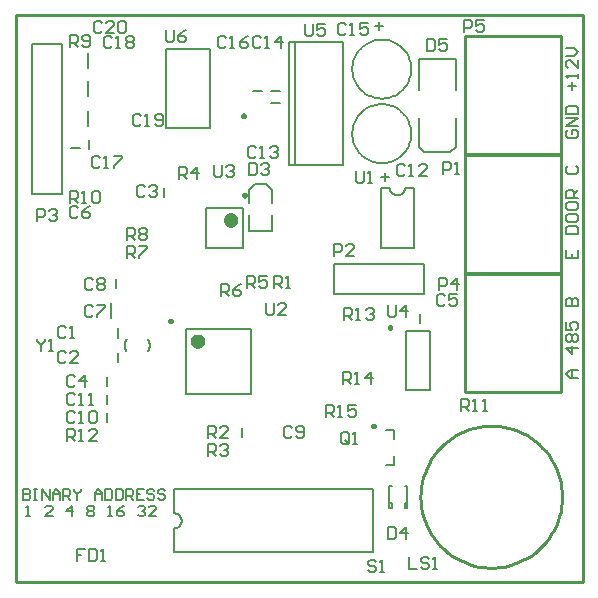
<source format=gto>
%FSDAX24Y24*%
%MOIN*%
%SFA1B1*%

%IPPOS*%
%ADD29C,0.010000*%
%ADD45C,0.007900*%
%ADD46C,0.009800*%
%ADD47C,0.023600*%
%ADD48C,0.006000*%
%ADD49C,0.007000*%
%ADD50C,0.005000*%
%LNde-080324-1*%
%LPD*%
G54D29*
X028212Y012850D02*
D01*
X028206Y013014*
X028189Y013178*
X028160Y013341*
X028120Y013501*
X028069Y013657*
X028007Y013810*
X027935Y013958*
X027853Y014101*
X027760Y014238*
X027659Y014368*
X027549Y014490*
X027430Y014605*
X027304Y014711*
X027170Y014808*
X027031Y014895*
X026885Y014972*
X026734Y015040*
X026579Y015096*
X026421Y015141*
X026260Y015176*
X026096Y015199*
X025932Y015210*
X025767*
X025603Y015199*
X025439Y015176*
X025278Y015141*
X025120Y015096*
X024965Y015040*
X024814Y014972*
X024668Y014895*
X024529Y014808*
X024395Y014711*
X024269Y014605*
X024150Y014490*
X024040Y014368*
X023939Y014238*
X023846Y014101*
X023764Y013958*
X023692Y013810*
X023630Y013657*
X023579Y013501*
X023539Y013341*
X023510Y013178*
X023493Y013014*
X023488Y012850*
X023493Y012685*
X023510Y012521*
X023539Y012358*
X023579Y012198*
X023630Y012042*
X023692Y011889*
X023764Y011741*
X023846Y011598*
X023939Y011461*
X024040Y011331*
X024150Y011209*
X024269Y011094*
X024395Y010988*
X024529Y010891*
X024669Y010804*
X024814Y010727*
X024965Y010659*
X025120Y010603*
X025278Y010558*
X025439Y010523*
X025603Y010500*
X025767Y010489*
X025932*
X026096Y010500*
X026260Y010523*
X026421Y010558*
X026579Y010603*
X026734Y010659*
X026885Y010727*
X027031Y010804*
X027170Y010891*
X027304Y010988*
X027430Y011094*
X027549Y011209*
X027659Y011331*
X027760Y011461*
X027853Y011598*
X027935Y011741*
X028007Y011889*
X028069Y012042*
X028120Y012198*
X028160Y012358*
X028189Y012521*
X028206Y012685*
X028212Y012850*
X024975Y024266D02*
Y028203D01*
Y024266D02*
X028175D01*
X024975Y028203D02*
X028175D01*
Y024266D02*
Y028203D01*
Y020316D02*
Y024253D01*
X024975D02*
X028175D01*
X024975Y020316D02*
X028175D01*
X024975D02*
Y024253D01*
X028175Y016331D02*
Y020268D01*
X024975D02*
X028175D01*
X024975Y016331D02*
X028175D01*
X024975D02*
Y020268D01*
X028898Y010000D02*
Y028898D01*
X010000D02*
X028898D01*
X010000Y010000D02*
Y028898D01*
Y010000D02*
X028898D01*
G54D45*
X022469Y023150D02*
D01*
X022469Y023132*
X022471Y023115*
X022474Y023098*
X022478Y023081*
X022484Y023064*
X022490Y023048*
X022498Y023032*
X022506Y023017*
X022516Y023003*
X022527Y022989*
X022539Y022976*
X022551Y022964*
X022565Y022952*
X022579Y022942*
X022594Y022933*
X022609Y022925*
X022625Y022918*
X022641Y022912*
X022658Y022907*
X022675Y022903*
X022692Y022901*
X022710Y022900*
X022727*
X022745Y022901*
X022762Y022903*
X022779Y022907*
X022796Y022912*
X022812Y022918*
X022828Y022925*
X022844Y022933*
X022858Y022942*
X022872Y022952*
X022886Y022964*
X022898Y022976*
X022910Y022989*
X022921Y023003*
X022931Y023017*
X022939Y023032*
X022947Y023048*
X022953Y023064*
X022959Y023081*
X022963Y023098*
X022966Y023115*
X022968Y023132*
X022969Y023150*
X023184Y024950D02*
D01*
X023181Y025018*
X023174Y025086*
X023162Y025154*
X023145Y025221*
X023124Y025286*
X023098Y025350*
X023068Y025411*
X023034Y025471*
X022996Y025528*
X022953Y025582*
X022907Y025633*
X022858Y025681*
X022805Y025725*
X022750Y025765*
X022692Y025802*
X022631Y025834*
X022568Y025862*
X022504Y025885*
X022438Y025904*
X022370Y025919*
X022302Y025928*
X022234Y025933*
X022165*
X022097Y025928*
X022029Y025919*
X021961Y025904*
X021895Y025885*
X021831Y025862*
X021768Y025834*
X021708Y025802*
X021649Y025765*
X021594Y025725*
X021541Y025681*
X021492Y025633*
X021446Y025582*
X021403Y025528*
X021365Y025471*
X021331Y025411*
X021301Y025350*
X021275Y025286*
X021254Y025221*
X021237Y025154*
X021225Y025086*
X021218Y025018*
X021216Y024950*
X021218Y024881*
X021225Y024813*
X021237Y024745*
X021254Y024678*
X021275Y024613*
X021301Y024549*
X021331Y024488*
X021365Y024428*
X021403Y024371*
X021446Y024317*
X021492Y024266*
X021541Y024218*
X021594Y024174*
X021649Y024134*
X021708Y024097*
X021768Y024065*
X021831Y024037*
X021895Y024014*
X021961Y023995*
X022029Y023980*
X022097Y023971*
X022165Y023966*
X022234*
X022302Y023971*
X022370Y023980*
X022438Y023995*
X022504Y024014*
X022568Y024037*
X022631Y024065*
X022692Y024097*
X022750Y024134*
X022805Y024174*
X022858Y024218*
X022907Y024266*
X022953Y024317*
X022996Y024371*
X023034Y024428*
X023068Y024488*
X023098Y024549*
X023124Y024613*
X023145Y024678*
X023162Y024745*
X023174Y024813*
X023181Y024881*
X023184Y024950*
X013692Y018107D02*
D01*
X013678Y018081*
X013666Y018055*
X013656Y018028*
X013648Y018000*
X013642Y017972*
X013638Y017943*
X013636Y017914*
X013636Y017885*
X013638Y017857*
X013642Y017828*
X013648Y017800*
X013656Y017772*
X013666Y017745*
X013678Y017718*
X013682Y017712*
X014418D02*
D01*
X014430Y017738*
X014440Y017765*
X014449Y017792*
X014455Y017820*
X014460Y017849*
X014462Y017877*
X014463Y017906*
X014461Y017935*
X014458Y017964*
X014452Y017992*
X014445Y018020*
X014435Y018047*
X014424Y018074*
X014411Y018099*
X014408Y018107*
X015281Y011800D02*
D01*
X015298Y011800*
X015315Y011802*
X015332Y011805*
X015349Y011809*
X015366Y011815*
X015382Y011821*
X015398Y011829*
X015413Y011837*
X015427Y011847*
X015441Y011858*
X015454Y011870*
X015466Y011882*
X015478Y011896*
X015488Y011910*
X015497Y011925*
X015505Y011940*
X015512Y011956*
X015518Y011972*
X015523Y011989*
X015527Y012006*
X015529Y012023*
X015530Y012041*
Y012058*
X015529Y012076*
X015527Y012093*
X015523Y012110*
X015518Y012127*
X015512Y012143*
X015505Y012159*
X015497Y012175*
X015488Y012189*
X015478Y012203*
X015466Y012217*
X015454Y012229*
X015441Y012241*
X015427Y012252*
X015413Y012262*
X015398Y012270*
X015382Y012278*
X015366Y012284*
X015349Y012290*
X015332Y012294*
X015315Y012297*
X015298Y012299*
X015281Y012300*
X023184Y027106D02*
D01*
X023181Y027174*
X023174Y027242*
X023162Y027310*
X023145Y027377*
X023124Y027442*
X023098Y027506*
X023068Y027567*
X023034Y027627*
X022996Y027684*
X022953Y027738*
X022907Y027789*
X022858Y027837*
X022805Y027881*
X022750Y027921*
X022692Y027958*
X022631Y027990*
X022568Y028018*
X022504Y028041*
X022438Y028060*
X022370Y028075*
X022302Y028084*
X022234Y028089*
X022165*
X022097Y028084*
X022029Y028075*
X021961Y028060*
X021895Y028041*
X021831Y028018*
X021768Y027990*
X021708Y027958*
X021649Y027921*
X021594Y027881*
X021541Y027837*
X021492Y027789*
X021446Y027738*
X021403Y027684*
X021365Y027627*
X021331Y027567*
X021301Y027506*
X021275Y027442*
X021254Y027377*
X021237Y027310*
X021225Y027242*
X021218Y027174*
X021216Y027106*
X021218Y027037*
X021225Y026969*
X021237Y026901*
X021254Y026834*
X021275Y026769*
X021301Y026705*
X021331Y026644*
X021365Y026584*
X021403Y026527*
X021446Y026473*
X021492Y026422*
X021541Y026374*
X021594Y026330*
X021649Y026290*
X021708Y026253*
X021768Y026221*
X021831Y026193*
X021895Y026170*
X021961Y026151*
X022029Y026136*
X022097Y026127*
X022165Y026122*
X022234*
X022302Y026127*
X022370Y026136*
X022438Y026151*
X022504Y026170*
X022568Y026193*
X022631Y026221*
X022692Y026253*
X022750Y026290*
X022805Y026330*
X022858Y026374*
X022907Y026422*
X022953Y026473*
X022996Y026527*
X023034Y026584*
X023068Y026644*
X023098Y026705*
X023124Y026769*
X023145Y026834*
X023162Y026901*
X023174Y026969*
X023181Y027037*
X023184Y027106*
X022162Y023150D02*
X022469D01*
X022969D02*
X023276D01*
Y021150D02*
Y023150D01*
X022162Y021150D02*
X023276D01*
X022162D02*
Y023150D01*
X023006Y016416D02*
Y018384D01*
X023794Y016416D02*
Y018384D01*
X023006D02*
X023794D01*
X023006Y016416D02*
X023794D01*
X023481Y018643D02*
Y018957D01*
X023440Y027446D02*
X024660D01*
X023440Y024513D02*
X023617Y024336D01*
X024483D02*
X024660Y024513D01*
X023617Y024336D02*
X024483D01*
X023440Y026422D02*
Y027446D01*
X024660Y026422D02*
Y027446D01*
Y024513D02*
Y025478D01*
X023440Y024513D02*
Y025478D01*
X018493Y025969D02*
X018807D01*
X016340Y022469D02*
X017560D01*
X016340Y021131D02*
X017560D01*
Y022469*
X016340Y021131D02*
Y022469D01*
X014931Y022843D02*
Y023157D01*
X015667Y016267D02*
X017833D01*
X015667Y018433D02*
X017833D01*
Y016267D02*
Y018433D01*
X015667Y016267D02*
Y018433D01*
X022612Y013909D02*
Y014224D01*
X022337Y013909D02*
X022612D01*
Y014776D02*
Y015091D01*
X022337D02*
X022612D01*
X022533Y012476D02*
Y012633D01*
X022455D02*
X022533D01*
X022967D02*
X023045D01*
X022967Y012476D02*
Y012633D01*
X023045Y012476D02*
Y013224D01*
X022455Y012476D02*
Y013224D01*
X022967D02*
X023045D01*
X022967Y012476D02*
X023045D01*
X022455Y013224D02*
X022533D01*
X022455Y012476D02*
X022533D01*
X013331Y019793D02*
Y020107D01*
X013178Y018794D02*
Y019306D01*
X013419Y018156D02*
Y018471D01*
Y017329D02*
Y017644D01*
X017531Y014843D02*
Y015157D01*
X015281Y011007D02*
Y011800D01*
Y012300D02*
Y013093D01*
X021911Y011007D02*
Y013093D01*
X015281Y011007D02*
X021911D01*
X015281Y013093D02*
X021911D01*
X013031Y016543D02*
Y016857D01*
Y015943D02*
Y016257D01*
Y015343D02*
Y015657D01*
X012402Y025194D02*
Y025706D01*
X011843Y024469D02*
X012157D01*
X012431Y024443D02*
Y024757D01*
X012402Y026194D02*
Y026706D01*
X018493Y026381D02*
X018807D01*
X017893D02*
X018207D01*
X012402Y027144D02*
Y027656D01*
X010550Y027950D02*
X011550D01*
Y022950D02*
Y027950D01*
X010550Y022950D02*
Y027950D01*
Y022950D02*
X011550D01*
X015022Y025131D02*
X016478D01*
Y027769*
X015022D02*
X016478D01*
X015022Y025131D02*
Y027769D01*
X019305Y023903D02*
Y027997D01*
X019108Y023903D02*
X020919D01*
Y027997D01*
X019108D02*
X020919D01*
X019108Y023903D02*
Y027997D01*
X020600Y019600D02*
X023600D01*
Y020600*
X020600D02*
X023600D01*
X020600Y019600D02*
Y020600D01*
X018534Y021715D02*
Y022227D01*
X017766Y021715D02*
Y022227D01*
Y021715D02*
X018534D01*
X017973Y023274D02*
X018327D01*
X018534Y022644D02*
Y023078D01*
X017766D02*
X017973Y023274D01*
X018327D02*
X018534Y023078D01*
X017766Y022644D02*
Y023078D01*
G54D46*
X022524Y018485D02*
D01*
X022523Y018488*
X022523Y018491*
X022522Y018495*
X022522Y018498*
X022521Y018501*
X022519Y018504*
X022518Y018508*
X022516Y018510*
X022514Y018513*
X022512Y018516*
X022510Y018519*
X022507Y018521*
X022505Y018523*
X022502Y018525*
X022499Y018527*
X022496Y018529*
X022493Y018530*
X022490Y018531*
X022486Y018532*
X022483Y018533*
X022480Y018533*
X022476Y018533*
X022473*
X022469Y018533*
X022466Y018533*
X022463Y018532*
X022459Y018531*
X022456Y018530*
X022453Y018529*
X022450Y018527*
X022447Y018525*
X022444Y018523*
X022442Y018521*
X022439Y018519*
X022437Y018516*
X022435Y018513*
X022433Y018510*
X022431Y018508*
X022430Y018504*
X022428Y018501*
X022427Y018498*
X022427Y018495*
X022426Y018491*
X022426Y018488*
X022426Y018485*
X022426Y018481*
X022426Y018478*
X022427Y018474*
X022427Y018471*
X022428Y018468*
X022430Y018465*
X022431Y018461*
X022433Y018459*
X022435Y018456*
X022437Y018453*
X022439Y018450*
X022442Y018448*
X022444Y018446*
X022447Y018444*
X022450Y018442*
X022453Y018440*
X022456Y018439*
X022459Y018438*
X022463Y018437*
X022466Y018436*
X022469Y018436*
X022473Y018436*
X022476*
X022480Y018436*
X022483Y018436*
X022486Y018437*
X022490Y018438*
X022493Y018439*
X022496Y018440*
X022499Y018442*
X022502Y018444*
X022505Y018446*
X022507Y018448*
X022510Y018450*
X022512Y018453*
X022514Y018456*
X022516Y018459*
X022518Y018461*
X022519Y018465*
X022521Y018468*
X022522Y018471*
X022522Y018474*
X022523Y018478*
X022523Y018481*
X022524Y018485*
X017669Y022902D02*
D01*
X017668Y022905*
X017668Y022908*
X017667Y022912*
X017667Y022915*
X017666Y022918*
X017664Y022921*
X017663Y022925*
X017661Y022927*
X017659Y022930*
X017657Y022933*
X017655Y022936*
X017652Y022938*
X017650Y022940*
X017647Y022942*
X017644Y022944*
X017641Y022946*
X017638Y022947*
X017635Y022948*
X017631Y022949*
X017628Y022950*
X017625Y022950*
X017621Y022950*
X017618*
X017614Y022950*
X017611Y022950*
X017608Y022949*
X017604Y022948*
X017601Y022947*
X017598Y022946*
X017595Y022944*
X017592Y022942*
X017589Y022940*
X017587Y022938*
X017584Y022936*
X017582Y022933*
X017580Y022930*
X017578Y022927*
X017576Y022925*
X017575Y022921*
X017573Y022918*
X017572Y022915*
X017572Y022912*
X017571Y022908*
X017571Y022905*
X017571Y022902*
X017571Y022898*
X017571Y022895*
X017572Y022891*
X017572Y022888*
X017573Y022885*
X017575Y022882*
X017576Y022878*
X017578Y022876*
X017580Y022873*
X017582Y022870*
X017584Y022867*
X017587Y022865*
X017589Y022863*
X017592Y022861*
X017595Y022859*
X017598Y022857*
X017601Y022856*
X017604Y022855*
X017608Y022854*
X017611Y022853*
X017614Y022853*
X017618Y022853*
X017621*
X017625Y022853*
X017628Y022853*
X017631Y022854*
X017635Y022855*
X017638Y022856*
X017641Y022857*
X017644Y022859*
X017647Y022861*
X017650Y022863*
X017652Y022865*
X017655Y022867*
X017657Y022870*
X017659Y022873*
X017661Y022876*
X017663Y022878*
X017664Y022882*
X017666Y022885*
X017667Y022888*
X017667Y022891*
X017668Y022895*
X017668Y022898*
X017669Y022902*
X015205Y018708D02*
D01*
X015204Y018711*
X015204Y018714*
X015203Y018718*
X015203Y018721*
X015202Y018724*
X015200Y018727*
X015199Y018731*
X015197Y018733*
X015195Y018736*
X015193Y018739*
X015191Y018742*
X015188Y018744*
X015186Y018746*
X015183Y018748*
X015180Y018750*
X015177Y018752*
X015174Y018753*
X015171Y018754*
X015167Y018755*
X015164Y018756*
X015161Y018756*
X015157Y018756*
X015154*
X015150Y018756*
X015147Y018756*
X015144Y018755*
X015140Y018754*
X015137Y018753*
X015134Y018752*
X015131Y018750*
X015128Y018748*
X015125Y018746*
X015123Y018744*
X015120Y018742*
X015118Y018739*
X015116Y018736*
X015114Y018733*
X015112Y018731*
X015111Y018727*
X015109Y018724*
X015108Y018721*
X015108Y018718*
X015107Y018714*
X015107Y018711*
X015107Y018708*
X015107Y018704*
X015107Y018701*
X015108Y018697*
X015108Y018694*
X015109Y018691*
X015111Y018688*
X015112Y018684*
X015114Y018682*
X015116Y018679*
X015118Y018676*
X015120Y018673*
X015123Y018671*
X015125Y018669*
X015128Y018667*
X015131Y018665*
X015134Y018663*
X015137Y018662*
X015140Y018661*
X015144Y018660*
X015147Y018659*
X015150Y018659*
X015154Y018659*
X015157*
X015161Y018659*
X015164Y018659*
X015167Y018660*
X015171Y018661*
X015174Y018662*
X015177Y018663*
X015180Y018665*
X015183Y018667*
X015186Y018669*
X015188Y018671*
X015191Y018673*
X015193Y018676*
X015195Y018679*
X015197Y018682*
X015199Y018684*
X015200Y018688*
X015202Y018691*
X015203Y018694*
X015203Y018697*
X015204Y018701*
X015204Y018704*
X015205Y018708*
X021972Y015209D02*
D01*
X021971Y015212*
X021971Y015215*
X021970Y015219*
X021970Y015222*
X021969Y015225*
X021967Y015228*
X021966Y015232*
X021964Y015234*
X021962Y015237*
X021960Y015240*
X021958Y015243*
X021955Y015245*
X021953Y015247*
X021950Y015249*
X021947Y015251*
X021944Y015253*
X021941Y015254*
X021938Y015255*
X021934Y015256*
X021931Y015257*
X021928Y015257*
X021924Y015257*
X021921*
X021917Y015257*
X021914Y015257*
X021911Y015256*
X021907Y015255*
X021904Y015254*
X021901Y015253*
X021898Y015251*
X021895Y015249*
X021892Y015247*
X021890Y015245*
X021887Y015243*
X021885Y015240*
X021883Y015237*
X021881Y015234*
X021879Y015232*
X021878Y015228*
X021876Y015225*
X021875Y015222*
X021875Y015219*
X021874Y015215*
X021874Y015212*
X021874Y015209*
X021874Y015205*
X021874Y015202*
X021875Y015198*
X021875Y015195*
X021876Y015192*
X021878Y015189*
X021879Y015185*
X021881Y015183*
X021883Y015180*
X021885Y015177*
X021887Y015174*
X021890Y015172*
X021892Y015170*
X021895Y015168*
X021898Y015166*
X021901Y015164*
X021904Y015163*
X021907Y015162*
X021911Y015161*
X021914Y015160*
X021917Y015160*
X021921Y015160*
X021924*
X021928Y015160*
X021931Y015160*
X021934Y015161*
X021938Y015162*
X021941Y015163*
X021944Y015164*
X021947Y015166*
X021950Y015168*
X021953Y015170*
X021955Y015172*
X021958Y015174*
X021960Y015177*
X021962Y015180*
X021964Y015183*
X021966Y015185*
X021967Y015189*
X021969Y015192*
X021970Y015195*
X021970Y015198*
X021971Y015202*
X021971Y015205*
X021972Y015209*
X017650Y025544D02*
D01*
X017649Y025547*
X017649Y025550*
X017648Y025554*
X017648Y025557*
X017647Y025560*
X017645Y025563*
X017644Y025567*
X017642Y025569*
X017640Y025572*
X017638Y025575*
X017636Y025578*
X017633Y025580*
X017631Y025582*
X017628Y025584*
X017625Y025586*
X017622Y025588*
X017619Y025589*
X017616Y025590*
X017612Y025591*
X017609Y025592*
X017606Y025592*
X017602Y025592*
X017599*
X017595Y025592*
X017592Y025592*
X017589Y025591*
X017585Y025590*
X017582Y025589*
X017579Y025588*
X017576Y025586*
X017573Y025584*
X017570Y025582*
X017568Y025580*
X017565Y025578*
X017563Y025575*
X017561Y025572*
X017559Y025569*
X017557Y025567*
X017556Y025563*
X017554Y025560*
X017553Y025557*
X017553Y025554*
X017552Y025550*
X017552Y025547*
X017552Y025544*
X017552Y025540*
X017552Y025537*
X017553Y025533*
X017553Y025530*
X017554Y025527*
X017556Y025524*
X017557Y025520*
X017559Y025518*
X017561Y025515*
X017563Y025512*
X017565Y025509*
X017568Y025507*
X017570Y025505*
X017573Y025503*
X017576Y025501*
X017579Y025499*
X017582Y025498*
X017585Y025497*
X017589Y025496*
X017592Y025495*
X017595Y025495*
X017599Y025495*
X017602*
X017606Y025495*
X017609Y025495*
X017612Y025496*
X017616Y025497*
X017619Y025498*
X017622Y025499*
X017625Y025501*
X017628Y025503*
X017631Y025505*
X017633Y025507*
X017636Y025509*
X017638Y025512*
X017640Y025515*
X017642Y025518*
X017644Y025520*
X017645Y025524*
X017647Y025527*
X017648Y025530*
X017648Y025533*
X017649Y025537*
X017649Y025540*
X017650Y025544*
G54D47*
X017285Y022076D02*
D01*
X017284Y022084*
X017283Y022092*
X017282Y022100*
X017280Y022108*
X017277Y022116*
X017274Y022123*
X017271Y022131*
X017267Y022138*
X017262Y022145*
X017257Y022151*
X017251Y022157*
X017245Y022163*
X017239Y022168*
X017232Y022173*
X017226Y022178*
X017218Y022182*
X017211Y022185*
X017203Y022188*
X017195Y022190*
X017187Y022192*
X017179Y022193*
X017171Y022193*
X017162*
X017154Y022193*
X017146Y022192*
X017138Y022190*
X017130Y022188*
X017122Y022185*
X017115Y022182*
X017108Y022178*
X017101Y022173*
X017094Y022168*
X017088Y022163*
X017082Y022157*
X017076Y022151*
X017071Y022145*
X017066Y022138*
X017062Y022131*
X017059Y022123*
X017056Y022116*
X017053Y022108*
X017051Y022100*
X017050Y022092*
X017049Y022084*
X017049Y022076*
X017049Y022067*
X017050Y022059*
X017051Y022051*
X017053Y022043*
X017056Y022035*
X017059Y022028*
X017062Y022020*
X017066Y022013*
X017071Y022006*
X017076Y022000*
X017082Y021994*
X017088Y021988*
X017094Y021983*
X017101Y021978*
X017108Y021973*
X017115Y021969*
X017122Y021966*
X017130Y021963*
X017138Y021961*
X017146Y021959*
X017154Y021958*
X017162Y021958*
X017171*
X017179Y021958*
X017187Y021959*
X017195Y021961*
X017203Y021963*
X017211Y021966*
X017218Y021969*
X017226Y021973*
X017232Y021978*
X017239Y021983*
X017245Y021988*
X017251Y021994*
X017257Y022000*
X017262Y022006*
X017267Y022013*
X017271Y022020*
X017274Y022028*
X017277Y022035*
X017280Y022043*
X017282Y022051*
X017283Y022059*
X017284Y022067*
X017285Y022076*
X016179Y018039D02*
D01*
X016178Y018047*
X016177Y018055*
X016176Y018063*
X016174Y018071*
X016171Y018079*
X016168Y018086*
X016165Y018094*
X016161Y018101*
X016156Y018108*
X016151Y018114*
X016145Y018120*
X016139Y018126*
X016133Y018131*
X016126Y018136*
X016120Y018141*
X016112Y018145*
X016105Y018148*
X016097Y018151*
X016089Y018153*
X016081Y018155*
X016073Y018156*
X016065Y018156*
X016056*
X016048Y018156*
X016040Y018155*
X016032Y018153*
X016024Y018151*
X016016Y018148*
X016009Y018145*
X016002Y018141*
X015995Y018136*
X015988Y018131*
X015982Y018126*
X015976Y018120*
X015970Y018114*
X015965Y018108*
X015960Y018101*
X015956Y018094*
X015953Y018086*
X015950Y018079*
X015947Y018071*
X015945Y018063*
X015944Y018055*
X015943Y018047*
X015943Y018039*
X015943Y018030*
X015944Y018022*
X015945Y018014*
X015947Y018006*
X015950Y017998*
X015953Y017991*
X015956Y017983*
X015960Y017976*
X015965Y017969*
X015970Y017963*
X015976Y017957*
X015982Y017951*
X015988Y017946*
X015995Y017941*
X016002Y017936*
X016009Y017932*
X016016Y017929*
X016024Y017926*
X016032Y017924*
X016040Y017922*
X016048Y017921*
X016056Y017921*
X016065*
X016073Y017921*
X016081Y017922*
X016089Y017924*
X016097Y017926*
X016105Y017929*
X016112Y017932*
X016120Y017936*
X016126Y017941*
X016133Y017946*
X016139Y017951*
X016145Y017957*
X016151Y017963*
X016156Y017969*
X016161Y017976*
X016165Y017983*
X016168Y017991*
X016171Y017998*
X016174Y018006*
X016176Y018014*
X016177Y018022*
X016178Y018030*
X016179Y018039*
G54D48*
X010350Y012200D02*
X010467D01*
X010408*
Y012550*
X010350Y012492*
X011225Y012200D02*
X010991D01*
X011225Y012433*
Y012492*
X011166Y012550*
X011050*
X010991Y012492*
X011866Y012200D02*
Y012550D01*
X011691Y012375*
X011924*
X012391Y012492D02*
X012449Y012550D01*
X012566*
X012624Y012492*
Y012433*
X012566Y012375*
X012624Y012317*
Y012258*
X012566Y012200*
X012449*
X012391Y012258*
Y012317*
X012449Y012375*
X012391Y012433*
Y012492*
X012449Y012375D02*
X012566D01*
X013091Y012200D02*
X013207D01*
X013149*
Y012550*
X013091Y012492*
X013616Y012550D02*
X013499Y012492D01*
X013382Y012375*
Y012258*
X013441Y012200*
X013557*
X013616Y012258*
Y012317*
X013557Y012375*
X013382*
X014082Y012492D02*
X014140Y012550D01*
X014257*
X014315Y012492*
Y012433*
X014257Y012375*
X014199*
X014257*
X014315Y012317*
Y012258*
X014257Y012200*
X014140*
X014082Y012258*
X014665Y012200D02*
X014432D01*
X014665Y012433*
Y012492*
X014607Y012550*
X014490*
X014432Y012492*
X010250Y013100D02*
Y012750D01*
X010425*
X010483Y012808*
Y012867*
X010425Y012925*
X010250*
X010425*
X010483Y012983*
Y013042*
X010425Y013100*
X010250*
X010600D02*
X010717D01*
X010658*
Y012750*
X010600*
X010717*
X010891D02*
Y013100D01*
X011125Y012750*
Y013100*
X011241Y012750D02*
Y012983D01*
X011358Y013100*
X011475Y012983*
Y012750*
Y012925*
X011241*
X011591Y012750D02*
Y013100D01*
X011766*
X011824Y013042*
Y012925*
X011766Y012867*
X011591*
X011708D02*
X011824Y012750D01*
X011941Y013100D02*
Y013042D01*
X012058Y012925*
X012174Y013042*
Y013100*
X012058Y012925D02*
Y012750D01*
X012641D02*
Y012983D01*
X012758Y013100*
X012874Y012983*
Y012750*
Y012925*
X012641*
X012991Y013100D02*
Y012750D01*
X013166*
X013224Y012808*
Y013042*
X013166Y013100*
X012991*
X013341D02*
Y012750D01*
X013516*
X013574Y012808*
Y013042*
X013516Y013100*
X013341*
X013691Y012750D02*
Y013100D01*
X013865*
X013924Y013042*
Y012925*
X013865Y012867*
X013691*
X013807D02*
X013924Y012750D01*
X014274Y013100D02*
X014040D01*
Y012750*
X014274*
X014040Y012925D02*
X014157D01*
X014624Y013042D02*
X014565Y013100D01*
X014449*
X014390Y013042*
Y012983*
X014449Y012925*
X014565*
X014624Y012867*
Y012808*
X014565Y012750*
X014449*
X014390Y012808*
X014973Y013042D02*
X014915Y013100D01*
X014799*
X014740Y013042*
Y012983*
X014799Y012925*
X014915*
X014973Y012867*
Y012808*
X014915Y012750*
X014799*
X014740Y012808*
G54D49*
X028750Y016800D02*
X028483D01*
X028350Y016933*
X028483Y017067*
X028750*
X028550*
Y016800*
X028750Y017800D02*
X028350D01*
X028550Y017600*
Y017866*
X028417Y018000D02*
X028350Y018066D01*
Y018200*
X028417Y018266*
X028483*
X028550Y018200*
X028617Y018266*
X028683*
X028750Y018200*
Y018066*
X028683Y018000*
X028617*
X028550Y018066*
X028483Y018000*
X028417*
X028550Y018066D02*
Y018200D01*
X028350Y018666D02*
Y018399D01*
X028550*
X028483Y018533*
Y018599*
X028550Y018666*
X028683*
X028750Y018599*
Y018466*
X028683Y018399*
X028350Y019199D02*
X028750D01*
Y019399*
X028683Y019466*
X028617*
X028550Y019399*
Y019199*
Y019399*
X028483Y019466*
X028417*
X028350Y019399*
Y019199*
Y021065D02*
Y020799D01*
X028750*
Y021065*
X028550Y020799D02*
Y020932D01*
X028350Y021598D02*
X028750D01*
Y021798*
X028683Y021865*
X028417*
X028350Y021798*
Y021598*
Y022198D02*
Y022065D01*
X028417Y021998*
X028683*
X028750Y022065*
Y022198*
X028683Y022265*
X028417*
X028350Y022198*
Y022598D02*
Y022465D01*
X028417Y022398*
X028683*
X028750Y022465*
Y022598*
X028683Y022665*
X028417*
X028350Y022598*
X028750Y022798D02*
X028350D01*
Y022998*
X028417Y023065*
X028550*
X028617Y022998*
Y022798*
Y022931D02*
X028750Y023065D01*
X028417Y023864D02*
X028350Y023798D01*
Y023664*
X028417Y023598*
X028683*
X028750Y023664*
Y023798*
X028683Y023864*
X028417Y025064D02*
X028350Y024997D01*
Y024864*
X028417Y024797*
X028683*
X028750Y024864*
Y024997*
X028683Y025064*
X028550*
Y024931*
X028750Y025197D02*
X028350D01*
X028750Y025464*
X028350*
Y025597D02*
X028750D01*
Y025797*
X028683Y025864*
X028417*
X028350Y025797*
Y025597*
X028550Y026397D02*
Y026663D01*
X028417Y026530D02*
X028683D01*
X028750Y026797D02*
Y026930D01*
Y026863*
X028350*
X028417Y026797*
X028750Y027397D02*
Y027130D01*
X028483Y027397*
X028417*
X028350Y027330*
Y027197*
X028417Y027130*
X028350Y027530D02*
X028617D01*
X028750Y027663*
X028617Y027796*
X028350*
G54D50*
X021350Y023700D02*
Y023367D01*
X021417Y023300*
X021550*
X021617Y023367*
Y023700*
X021750Y023300D02*
X021883D01*
X021817*
Y023700*
X021750Y023633*
X022400Y019250D02*
Y018917D01*
X022467Y018850*
X022600*
X022667Y018917*
Y019250*
X023000Y018850D02*
Y019250D01*
X022800Y019050*
X023066*
X024317Y019533D02*
X024250Y019600D01*
X024117*
X024050Y019533*
Y019267*
X024117Y019200*
X024250*
X024317Y019267*
X024716Y019600D02*
X024450D01*
Y019400*
X024583Y019467*
X024650*
X024716Y019400*
Y019267*
X024650Y019200*
X024517*
X024450Y019267*
X023700Y028100D02*
Y027700D01*
X023900*
X023967Y027767*
Y028033*
X023900Y028100*
X023700*
X024366D02*
X024100D01*
Y027900*
X024233Y027967*
X024300*
X024366Y027900*
Y027767*
X024300Y027700*
X024167*
X024100Y027767*
X022967Y023883D02*
X022900Y023950D01*
X022767*
X022700Y023883*
Y023617*
X022767Y023550*
X022900*
X022967Y023617*
X023100Y023550D02*
X023233D01*
X023167*
Y023950*
X023100Y023883*
X023700Y023550D02*
X023433D01*
X023700Y023817*
Y023883*
X023633Y023950*
X023500*
X023433Y023883*
X022295Y023385D02*
Y023652D01*
X022162Y023518D02*
X022429D01*
X018017Y024483D02*
X017950Y024550D01*
X017817*
X017750Y024483*
Y024217*
X017817Y024150*
X017950*
X018017Y024217*
X018150Y024150D02*
X018283D01*
X018217*
Y024550*
X018150Y024483*
X018483D02*
X018550Y024550D01*
X018683*
X018750Y024483*
Y024417*
X018683Y024350*
X018616*
X018683*
X018750Y024283*
Y024217*
X018683Y024150*
X018550*
X018483Y024217*
X017700Y019800D02*
Y020200D01*
X017900*
X017967Y020133*
Y020000*
X017900Y019933*
X017700*
X017833D02*
X017967Y019800D01*
X018366Y020200D02*
X018100D01*
Y020000*
X018233Y020067*
X018300*
X018366Y020000*
Y019867*
X018300Y019800*
X018167*
X018100Y019867*
X018600Y019800D02*
Y020200D01*
X018800*
X018867Y020133*
Y020000*
X018800Y019933*
X018600*
X018733D02*
X018867Y019800D01*
X019000D02*
X019133D01*
X019067*
Y020200*
X019000Y020133*
X016600Y023900D02*
Y023567D01*
X016667Y023500*
X016800*
X016867Y023567*
Y023900*
X017000Y023833D02*
X017067Y023900D01*
X017200*
X017266Y023833*
Y023767*
X017200Y023700*
X017133*
X017200*
X017266Y023633*
Y023567*
X017200Y023500*
X017067*
X017000Y023567*
X014317Y023183D02*
X014250Y023250D01*
X014117*
X014050Y023183*
Y022917*
X014117Y022850*
X014250*
X014317Y022917*
X014450Y023183D02*
X014517Y023250D01*
X014650*
X014716Y023183*
Y023117*
X014650Y023050*
X014583*
X014650*
X014716Y022983*
Y022917*
X014650Y022850*
X014517*
X014450Y022917*
X015450Y023450D02*
Y023850D01*
X015650*
X015717Y023783*
Y023650*
X015650Y023583*
X015450*
X015583D02*
X015717Y023450D01*
X016050D02*
Y023850D01*
X015850Y023650*
X016116*
X013700Y020800D02*
Y021200D01*
X013900*
X013967Y021133*
Y021000*
X013900Y020933*
X013700*
X013833D02*
X013967Y020800D01*
X014100Y021200D02*
X014366D01*
Y021133*
X014100Y020867*
Y020800*
X013700Y021400D02*
Y021800D01*
X013900*
X013967Y021733*
Y021600*
X013900Y021533*
X013700*
X013833D02*
X013967Y021400D01*
X014100Y021733D02*
X014167Y021800D01*
X014300*
X014366Y021733*
Y021667*
X014300Y021600*
X014366Y021533*
Y021467*
X014300Y021400*
X014167*
X014100Y021467*
Y021533*
X014167Y021600*
X014100Y021667*
Y021733*
X014167Y021600D02*
X014300D01*
X016850Y019550D02*
Y019950D01*
X017050*
X017117Y019883*
Y019750*
X017050Y019683*
X016850*
X016983D02*
X017117Y019550D01*
X017516Y019950D02*
X017383Y019883D01*
X017250Y019750*
Y019617*
X017317Y019550*
X017450*
X017516Y019617*
Y019683*
X017450Y019750*
X017250*
X018350Y019300D02*
Y018967D01*
X018417Y018900*
X018550*
X018617Y018967*
Y019300*
X019016Y018900D02*
X018750D01*
X019016Y019167*
Y019233*
X018950Y019300*
X018817*
X018750Y019233*
X020950Y018750D02*
Y019150D01*
X021150*
X021217Y019083*
Y018950*
X021150Y018883*
X020950*
X021083D02*
X021217Y018750D01*
X021350D02*
X021483D01*
X021417*
Y019150*
X021350Y019083*
X021683D02*
X021750Y019150D01*
X021883*
X021950Y019083*
Y019017*
X021883Y018950*
X021816*
X021883*
X021950Y018883*
Y018817*
X021883Y018750*
X021750*
X021683Y018817*
X020900Y016600D02*
Y017000D01*
X021100*
X021167Y016933*
Y016800*
X021100Y016733*
X020900*
X021033D02*
X021167Y016600D01*
X021300D02*
X021433D01*
X021367*
Y017000*
X021300Y016933*
X021833Y016600D02*
Y017000D01*
X021633Y016800*
X021900*
X020350Y015500D02*
Y015900D01*
X020550*
X020617Y015833*
Y015700*
X020550Y015633*
X020350*
X020483D02*
X020617Y015500D01*
X020750D02*
X020883D01*
X020817*
Y015900*
X020750Y015833*
X021350Y015900D02*
X021083D01*
Y015700*
X021216Y015767*
X021283*
X021350Y015700*
Y015567*
X021283Y015500*
X021150*
X021083Y015567*
X024850Y015700D02*
Y016100D01*
X025050*
X025117Y016033*
Y015900*
X025050Y015833*
X024850*
X024983D02*
X025117Y015700D01*
X025250D02*
X025383D01*
X025317*
Y016100*
X025250Y016033*
X025583Y015700D02*
X025716D01*
X025650*
Y016100*
X025583Y016033*
X023100Y010850D02*
Y010450D01*
X023367*
X023766Y010783D02*
X023700Y010850D01*
X023567*
X023500Y010783*
Y010717*
X023567Y010650*
X023700*
X023766Y010583*
Y010517*
X023700Y010450*
X023567*
X023500Y010517*
X023900Y010450D02*
X024033D01*
X023966*
Y010850*
X023900Y010783*
X021117Y014667D02*
Y014933D01*
X021050Y015000*
X020917*
X020850Y014933*
Y014667*
X020917Y014600*
X021050*
X020983Y014733D02*
X021117Y014600D01*
X021050D02*
X021117Y014667D01*
X021250Y014600D02*
X021383D01*
X021317*
Y015000*
X021250Y014933*
X022400Y011850D02*
Y011450D01*
X022600*
X022667Y011517*
Y011783*
X022600Y011850*
X022400*
X023000Y011450D02*
Y011850D01*
X022800Y011650*
X023066*
X012567Y020083D02*
X012500Y020150D01*
X012367*
X012300Y020083*
Y019817*
X012367Y019750*
X012500*
X012567Y019817*
X012700Y020083D02*
X012767Y020150D01*
X012900*
X012966Y020083*
Y020017*
X012900Y019950*
X012966Y019883*
Y019817*
X012900Y019750*
X012767*
X012700Y019817*
Y019883*
X012767Y019950*
X012700Y020017*
Y020083*
X012767Y019950D02*
X012900D01*
X012567Y019183D02*
X012500Y019250D01*
X012367*
X012300Y019183*
Y018917*
X012367Y018850*
X012500*
X012567Y018917*
X012700Y019250D02*
X012966D01*
Y019183*
X012700Y018917*
Y018850*
X010700Y018100D02*
Y018033D01*
X010833Y017900*
X010967Y018033*
Y018100*
X010833Y017900D02*
Y017700D01*
X011100D02*
X011233D01*
X011167*
Y018100*
X011100Y018033*
X011667Y018483D02*
X011600Y018550D01*
X011467*
X011400Y018483*
Y018217*
X011467Y018150*
X011600*
X011667Y018217*
X011800Y018150D02*
X011933D01*
X011867*
Y018550*
X011800Y018483*
X011667Y017633D02*
X011600Y017700D01*
X011467*
X011400Y017633*
Y017367*
X011467Y017300*
X011600*
X011667Y017367*
X012066Y017300D02*
X011800D01*
X012066Y017567*
Y017633*
X012000Y017700*
X011867*
X011800Y017633*
X019217Y015133D02*
X019150Y015200D01*
X019017*
X018950Y015133*
Y014867*
X019017Y014800*
X019150*
X019217Y014867*
X019350D02*
X019417Y014800D01*
X019550*
X019616Y014867*
Y015133*
X019550Y015200*
X019417*
X019350Y015133*
Y015067*
X019417Y015000*
X019616*
X022017Y010683D02*
X021950Y010750D01*
X021817*
X021750Y010683*
Y010617*
X021817Y010550*
X021950*
X022017Y010483*
Y010417*
X021950Y010350*
X021817*
X021750Y010417*
X022150Y010350D02*
X022283D01*
X022217*
Y010750*
X022150Y010683*
X011967Y016833D02*
X011900Y016900D01*
X011767*
X011700Y016833*
Y016567*
X011767Y016500*
X011900*
X011967Y016567*
X012300Y016500D02*
Y016900D01*
X012100Y016700*
X012366*
X011967Y016233D02*
X011900Y016300D01*
X011767*
X011700Y016233*
Y015967*
X011767Y015900*
X011900*
X011967Y015967*
X012100Y015900D02*
X012233D01*
X012167*
Y016300*
X012100Y016233*
X012433Y015900D02*
X012566D01*
X012500*
Y016300*
X012433Y016233*
X011967Y015633D02*
X011900Y015700D01*
X011767*
X011700Y015633*
Y015367*
X011767Y015300*
X011900*
X011967Y015367*
X012100Y015300D02*
X012233D01*
X012167*
Y015700*
X012100Y015633*
X012433D02*
X012500Y015700D01*
X012633*
X012700Y015633*
Y015367*
X012633Y015300*
X012500*
X012433Y015367*
Y015633*
X011700Y014700D02*
Y015100D01*
X011900*
X011967Y015033*
Y014900*
X011900Y014833*
X011700*
X011833D02*
X011967Y014700D01*
X012100D02*
X012233D01*
X012167*
Y015100*
X012100Y015033*
X012700Y014700D02*
X012433D01*
X012700Y014967*
Y015033*
X012633Y015100*
X012500*
X012433Y015033*
X014167Y025533D02*
X014100Y025600D01*
X013967*
X013900Y025533*
Y025267*
X013967Y025200*
X014100*
X014167Y025267*
X014300Y025200D02*
X014433D01*
X014367*
Y025600*
X014300Y025533*
X014633Y025267D02*
X014700Y025200D01*
X014833*
X014900Y025267*
Y025533*
X014833Y025600*
X014700*
X014633Y025533*
Y025467*
X014700Y025400*
X014900*
X011800Y022650D02*
Y023050D01*
X012000*
X012067Y022983*
Y022850*
X012000Y022783*
X011800*
X011933D02*
X012067Y022650D01*
X012200D02*
X012333D01*
X012267*
Y023050*
X012200Y022983*
X012533D02*
X012600Y023050D01*
X012733*
X012800Y022983*
Y022717*
X012733Y022650*
X012600*
X012533Y022717*
Y022983*
X012067Y022483D02*
X012000Y022550D01*
X011867*
X011800Y022483*
Y022217*
X011867Y022150*
X012000*
X012067Y022217*
X012466Y022550D02*
X012333Y022483D01*
X012200Y022350*
Y022217*
X012267Y022150*
X012400*
X012466Y022217*
Y022283*
X012400Y022350*
X012200*
X012817Y024133D02*
X012750Y024200D01*
X012617*
X012550Y024133*
Y023867*
X012617Y023800*
X012750*
X012817Y023867*
X012950Y023800D02*
X013083D01*
X013017*
Y024200*
X012950Y024133*
X013283Y024200D02*
X013550D01*
Y024133*
X013283Y023867*
Y023800*
X013217Y028133D02*
X013150Y028200D01*
X013017*
X012950Y028133*
Y027867*
X013017Y027800*
X013150*
X013217Y027867*
X013350Y027800D02*
X013483D01*
X013417*
Y028200*
X013350Y028133*
X013683D02*
X013750Y028200D01*
X013883*
X013950Y028133*
Y028067*
X013883Y028000*
X013950Y027933*
Y027867*
X013883Y027800*
X013750*
X013683Y027867*
Y027933*
X013750Y028000*
X013683Y028067*
Y028133*
X013750Y028000D02*
X013883D01*
X018167Y028133D02*
X018100Y028200D01*
X017967*
X017900Y028133*
Y027867*
X017967Y027800*
X018100*
X018167Y027867*
X018300Y027800D02*
X018433D01*
X018367*
Y028200*
X018300Y028133*
X018833Y027800D02*
Y028200D01*
X018633Y028000*
X018900*
X017017Y028133D02*
X016950Y028200D01*
X016817*
X016750Y028133*
Y027867*
X016817Y027800*
X016950*
X017017Y027867*
X017150Y027800D02*
X017283D01*
X017217*
Y028200*
X017150Y028133*
X017750Y028200D02*
X017616Y028133D01*
X017483Y028000*
Y027867*
X017550Y027800*
X017683*
X017750Y027867*
Y027933*
X017683Y028000*
X017483*
X016400Y014800D02*
Y015200D01*
X016600*
X016667Y015133*
Y015000*
X016600Y014933*
X016400*
X016533D02*
X016667Y014800D01*
X017066D02*
X016800D01*
X017066Y015067*
Y015133*
X017000Y015200*
X016867*
X016800Y015133*
X016400Y014200D02*
Y014600D01*
X016600*
X016667Y014533*
Y014400*
X016600Y014333*
X016400*
X016533D02*
X016667Y014200D01*
X016800Y014533D02*
X016867Y014600D01*
X017000*
X017066Y014533*
Y014467*
X017000Y014400*
X016933*
X017000*
X017066Y014333*
Y014267*
X017000Y014200*
X016867*
X016800Y014267*
X012867Y028633D02*
X012800Y028700D01*
X012667*
X012600Y028633*
Y028367*
X012667Y028300*
X012800*
X012867Y028367*
X013266Y028300D02*
X013000D01*
X013266Y028567*
Y028633*
X013200Y028700*
X013067*
X013000Y028633*
X013400D02*
X013466Y028700D01*
X013600*
X013666Y028633*
Y028367*
X013600Y028300*
X013466*
X013400Y028367*
Y028633*
X012317Y011100D02*
X012050D01*
Y010900*
X012183*
X012050*
Y010700*
X012450Y011100D02*
Y010700D01*
X012650*
X012716Y010767*
Y011033*
X012650Y011100*
X012450*
X012850Y010700D02*
X012983D01*
X012916*
Y011100*
X012850Y011033*
X010700Y022050D02*
Y022450D01*
X010900*
X010967Y022383*
Y022250*
X010900Y022183*
X010700*
X011100Y022383D02*
X011167Y022450D01*
X011300*
X011366Y022383*
Y022317*
X011300Y022250*
X011233*
X011300*
X011366Y022183*
Y022117*
X011300Y022050*
X011167*
X011100Y022117*
X011800Y027850D02*
Y028250D01*
X012000*
X012067Y028183*
Y028050*
X012000Y027983*
X011800*
X011933D02*
X012067Y027850D01*
X012200Y027917D02*
X012267Y027850D01*
X012400*
X012466Y027917*
Y028183*
X012400Y028250*
X012267*
X012200Y028183*
Y028117*
X012267Y028050*
X012466*
X015000Y028400D02*
Y028067D01*
X015067Y028000*
X015200*
X015267Y028067*
Y028400*
X015666D02*
X015533Y028333D01*
X015400Y028200*
Y028067*
X015467Y028000*
X015600*
X015666Y028067*
Y028133*
X015600Y028200*
X015400*
X019650Y028600D02*
Y028267D01*
X019717Y028200*
X019850*
X019917Y028267*
Y028600*
X020316D02*
X020050D01*
Y028400*
X020183Y028467*
X020250*
X020316Y028400*
Y028267*
X020250Y028200*
X020117*
X020050Y028267*
X021017Y028583D02*
X020950Y028650D01*
X020817*
X020750Y028583*
Y028317*
X020817Y028250*
X020950*
X021017Y028317*
X021150Y028250D02*
X021283D01*
X021217*
Y028650*
X021150Y028583*
X021750Y028650D02*
X021483D01*
Y028450*
X021616Y028517*
X021683*
X021750Y028450*
Y028317*
X021683Y028250*
X021550*
X021483Y028317*
X022105Y028671D02*
Y028405D01*
X022238Y028538D02*
X021971D01*
X024950Y028350D02*
Y028750D01*
X025150*
X025217Y028683*
Y028550*
X025150Y028483*
X024950*
X025616Y028750D02*
X025350D01*
Y028550*
X025483Y028617*
X025550*
X025616Y028550*
Y028417*
X025550Y028350*
X025417*
X025350Y028417*
X024250Y023600D02*
Y024000D01*
X024450*
X024517Y023933*
Y023800*
X024450Y023733*
X024250*
X024650Y023600D02*
X024783D01*
X024717*
Y024000*
X024650Y023933*
X024100Y019750D02*
Y020150D01*
X024300*
X024367Y020083*
Y019950*
X024300Y019883*
X024100*
X024700Y019750D02*
Y020150D01*
X024500Y019950*
X024766*
X020610Y020890D02*
Y021290D01*
X020810*
X020877Y021223*
Y021090*
X020810Y021023*
X020610*
X021276Y020890D02*
X021010D01*
X021276Y021157*
Y021223*
X021210Y021290*
X021077*
X021010Y021223*
X017780Y023960D02*
Y023560D01*
X017980*
X018047Y023627*
Y023893*
X017980Y023960*
X017780*
X018180Y023893D02*
X018247Y023960D01*
X018380*
X018446Y023893*
Y023827*
X018380Y023760*
X018313*
X018380*
X018446Y023693*
Y023627*
X018380Y023560*
X018247*
X018180Y023627*
M02*
</source>
